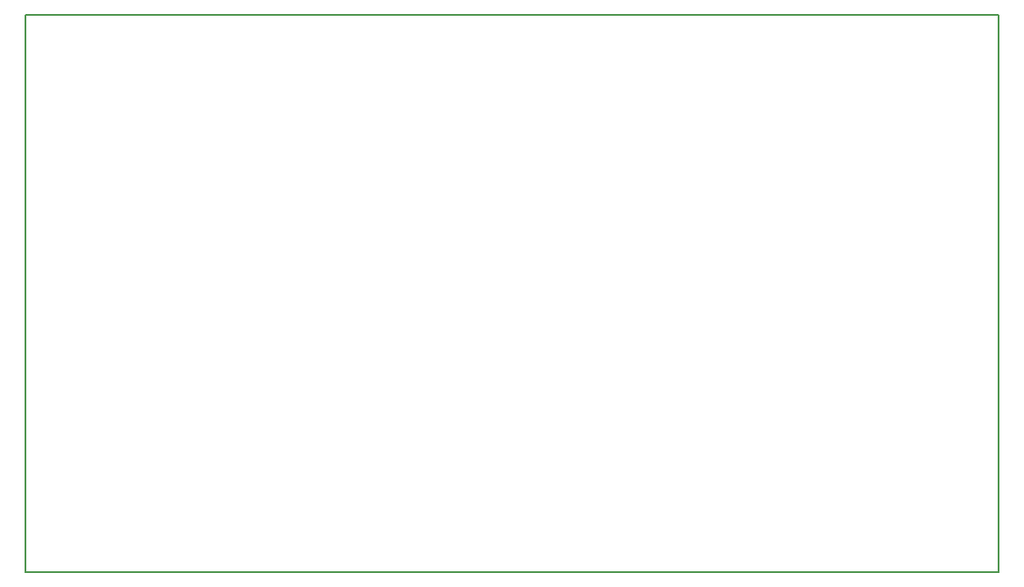
<source format=gm1>
G04 MADE WITH FRITZING*
G04 WWW.FRITZING.ORG*
G04 DOUBLE SIDED*
G04 HOLES PLATED*
G04 CONTOUR ON CENTER OF CONTOUR VECTOR*
%ASAXBY*%
%FSLAX23Y23*%
%MOIN*%
%OFA0B0*%
%SFA1.0B1.0*%
%ADD10R,3.708510X2.128390*%
%ADD11C,0.008000*%
%ADD10C,0.008*%
%LNCONTOUR*%
G90*
G70*
G54D10*
G54D11*
X8Y2120D02*
X3709Y2120D01*
X3709Y0D01*
X8Y0D01*
X8Y2120D01*
D02*
G04 End of contour*
M02*
</source>
